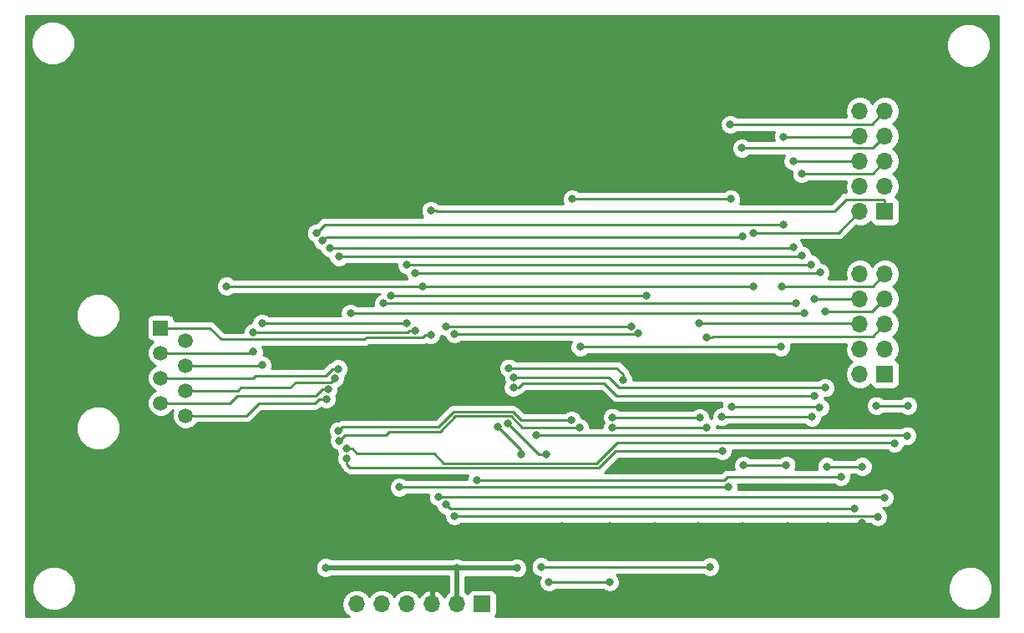
<source format=gbr>
G04 #@! TF.GenerationSoftware,KiCad,Pcbnew,5.0.2-bee76a0~70~ubuntu16.04.1*
G04 #@! TF.CreationDate,2020-03-15T16:03:58-07:00*
G04 #@! TF.ProjectId,pic18f_DB_Ethernet,70696331-3866-45f4-9442-5f4574686572,rev?*
G04 #@! TF.SameCoordinates,Original*
G04 #@! TF.FileFunction,Copper,L2,Bot*
G04 #@! TF.FilePolarity,Positive*
%FSLAX46Y46*%
G04 Gerber Fmt 4.6, Leading zero omitted, Abs format (unit mm)*
G04 Created by KiCad (PCBNEW 5.0.2-bee76a0~70~ubuntu16.04.1) date Sun 15 Mar 2020 16:03:58 PDT*
%MOMM*%
%LPD*%
G01*
G04 APERTURE LIST*
G04 #@! TA.AperFunction,ComponentPad*
%ADD10O,1.700000X1.700000*%
G04 #@! TD*
G04 #@! TA.AperFunction,ComponentPad*
%ADD11R,1.700000X1.700000*%
G04 #@! TD*
G04 #@! TA.AperFunction,ComponentPad*
%ADD12R,1.500000X1.500000*%
G04 #@! TD*
G04 #@! TA.AperFunction,ComponentPad*
%ADD13C,1.500000*%
G04 #@! TD*
G04 #@! TA.AperFunction,ViaPad*
%ADD14C,0.800000*%
G04 #@! TD*
G04 #@! TA.AperFunction,Conductor*
%ADD15C,0.500000*%
G04 #@! TD*
G04 #@! TA.AperFunction,Conductor*
%ADD16C,0.250000*%
G04 #@! TD*
G04 #@! TA.AperFunction,Conductor*
%ADD17C,0.254000*%
G04 #@! TD*
G04 APERTURE END LIST*
D10*
G04 #@! TO.P,J1,10*
G04 #@! TO.N,Net-(J1-Pad10)*
X185267600Y-95351600D03*
G04 #@! TO.P,J1,9*
G04 #@! TO.N,In9*
X187807600Y-95351600D03*
G04 #@! TO.P,J1,8*
G04 #@! TO.N,In8*
X185267600Y-97891600D03*
G04 #@! TO.P,J1,7*
G04 #@! TO.N,In7*
X187807600Y-97891600D03*
G04 #@! TO.P,J1,6*
G04 #@! TO.N,In6*
X185267600Y-100431600D03*
G04 #@! TO.P,J1,5*
G04 #@! TO.N,In5*
X187807600Y-100431600D03*
G04 #@! TO.P,J1,4*
G04 #@! TO.N,In4*
X185267600Y-102971600D03*
G04 #@! TO.P,J1,3*
G04 #@! TO.N,In3*
X187807600Y-102971600D03*
G04 #@! TO.P,J1,2*
G04 #@! TO.N,In2*
X185267600Y-105511600D03*
D11*
G04 #@! TO.P,J1,1*
G04 #@! TO.N,In1*
X187807600Y-105511600D03*
G04 #@! TD*
G04 #@! TO.P,J2,1*
G04 #@! TO.N,Net-(J2-Pad1)*
X146964400Y-145338800D03*
D10*
G04 #@! TO.P,J2,2*
G04 #@! TO.N,3v3*
X144424400Y-145338800D03*
G04 #@! TO.P,J2,3*
G04 #@! TO.N,GND*
X141884400Y-145338800D03*
G04 #@! TO.P,J2,4*
G04 #@! TO.N,Net-(J2-Pad4)*
X139344400Y-145338800D03*
G04 #@! TO.P,J2,5*
G04 #@! TO.N,Net-(J2-Pad5)*
X136804400Y-145338800D03*
G04 #@! TO.P,J2,6*
G04 #@! TO.N,Net-(J2-Pad6)*
X134264400Y-145338800D03*
G04 #@! TD*
D11*
G04 #@! TO.P,J3,1*
G04 #@! TO.N,Out1*
X187807600Y-122021600D03*
D10*
G04 #@! TO.P,J3,2*
G04 #@! TO.N,Out2*
X185267600Y-122021600D03*
G04 #@! TO.P,J3,3*
G04 #@! TO.N,Out3*
X187807600Y-119481600D03*
G04 #@! TO.P,J3,4*
G04 #@! TO.N,Out4*
X185267600Y-119481600D03*
G04 #@! TO.P,J3,5*
G04 #@! TO.N,Out5*
X187807600Y-116941600D03*
G04 #@! TO.P,J3,6*
G04 #@! TO.N,Out6*
X185267600Y-116941600D03*
G04 #@! TO.P,J3,7*
G04 #@! TO.N,Out7*
X187807600Y-114401600D03*
G04 #@! TO.P,J3,8*
G04 #@! TO.N,Out8*
X185267600Y-114401600D03*
G04 #@! TO.P,J3,9*
G04 #@! TO.N,Out9*
X187807600Y-111861600D03*
G04 #@! TO.P,J3,10*
G04 #@! TO.N,Net-(J3-Pad10)*
X185267600Y-111861600D03*
G04 #@! TD*
D12*
G04 #@! TO.P,J8,1*
G04 #@! TO.N,In1*
X114401600Y-117322600D03*
D13*
G04 #@! TO.P,J8,2*
G04 #@! TO.N,In2*
X116941600Y-118592600D03*
G04 #@! TO.P,J8,3*
G04 #@! TO.N,In3*
X114401600Y-119862600D03*
G04 #@! TO.P,J8,4*
G04 #@! TO.N,In4*
X116941600Y-121132600D03*
G04 #@! TO.P,J8,5*
G04 #@! TO.N,In5*
X114401600Y-122402600D03*
G04 #@! TO.P,J8,6*
G04 #@! TO.N,In6*
X116941600Y-123672600D03*
G04 #@! TO.P,J8,7*
G04 #@! TO.N,In7*
X114401600Y-124942600D03*
G04 #@! TO.P,J8,8*
G04 #@! TO.N,In8*
X116941600Y-126212600D03*
G04 #@! TD*
D14*
G04 #@! TO.N,3v3*
X131114800Y-141630400D03*
X144424400Y-141681200D03*
X150495000Y-141681200D03*
G04 #@! TO.N,GND*
X123647200Y-105537000D03*
X155117800Y-137414000D03*
X159918400Y-137388600D03*
X164490400Y-137414000D03*
X168859200Y-137388600D03*
X173355000Y-137388600D03*
X177927000Y-137388600D03*
X182016400Y-137388600D03*
X185470800Y-137104999D03*
X190195200Y-136728200D03*
X194487800Y-136728200D03*
X143103600Y-125476000D03*
X115798600Y-97840800D03*
X131343400Y-97790000D03*
G04 #@! TO.N,Net-(D5-Pad2)*
X177800000Y-131254400D03*
X173482000Y-131267200D03*
G04 #@! TO.N,Net-(D8-Pad2)*
X181914800Y-131394200D03*
X185521600Y-131394200D03*
G04 #@! TO.N,In9*
X156057600Y-126706800D03*
X156108400Y-104267000D03*
X172186600Y-104267000D03*
X172135800Y-96697800D03*
X132401369Y-127758714D03*
G04 #@! TO.N,In8*
X131178117Y-124536874D03*
X177520600Y-97942400D03*
X177520600Y-106832400D03*
X130182755Y-107715004D03*
G04 #@! TO.N,In7*
X131343400Y-123550626D03*
X173355000Y-108051600D03*
X130800366Y-108501490D03*
X173304200Y-99110800D03*
G04 #@! TO.N,In6*
X131521200Y-109194600D03*
X178536600Y-109143800D03*
X178511200Y-100431600D03*
X132036613Y-122425627D03*
G04 #@! TO.N,In5*
X132461000Y-110109000D03*
X179400200Y-109982000D03*
X179374800Y-101676200D03*
X132384800Y-121488200D03*
G04 #@! TO.N,In4*
X139369800Y-116865400D03*
X124663200Y-116890800D03*
X139369800Y-110947200D03*
X180340000Y-110896400D03*
X124663200Y-121107200D03*
G04 #@! TO.N,In3*
X140208000Y-111734600D03*
X181254400Y-111709200D03*
X123799600Y-119761000D03*
X123799600Y-117779800D03*
X140182600Y-117576600D03*
G04 #@! TO.N,In2*
X140970000Y-113106200D03*
X174472600Y-113131600D03*
X174472600Y-107670600D03*
X121081800Y-113106200D03*
G04 #@! TO.N,In1*
X141782800Y-118008400D03*
X141782800Y-105435400D03*
G04 #@! TO.N,Out1*
X142544800Y-134442200D03*
X187782200Y-134543800D03*
G04 #@! TO.N,Out2*
X143306800Y-135255000D03*
X184734200Y-135636000D03*
G04 #@! TO.N,Out3*
X144170400Y-136379999D03*
X187096400Y-136474200D03*
X186944000Y-125222000D03*
X190144400Y-125222000D03*
G04 #@! TO.N,Out4*
X146481800Y-132752000D03*
X183362600Y-132410200D03*
G04 #@! TO.N,Out5*
X160197800Y-127406400D03*
X169748200Y-127406400D03*
X169697400Y-118313200D03*
G04 #@! TO.N,Out6*
X160197800Y-126406397D03*
X169023200Y-126415800D03*
X168935400Y-116890800D03*
G04 #@! TO.N,Out7*
X181737000Y-123393200D03*
X181737000Y-115671600D03*
X150164800Y-122326400D03*
G04 #@! TO.N,Out8*
X180670200Y-124180600D03*
X180670200Y-114376200D03*
X150139652Y-123376854D03*
G04 #@! TO.N,Out9*
X156870400Y-127431800D03*
X156921200Y-119253000D03*
X177266600Y-119253000D03*
X177317400Y-113106200D03*
X132511800Y-128752600D03*
G04 #@! TO.N,SW1*
X170078400Y-141554200D03*
X152958800Y-141554200D03*
X148564600Y-127330200D03*
X150977600Y-130155810D03*
G04 #@! TO.N,SW0*
X159918400Y-143103600D03*
X149629347Y-127034063D03*
X153492200Y-130155810D03*
X153771600Y-143103600D03*
G04 #@! TO.N,Led4*
X137769600Y-114071400D03*
X163626800Y-114071400D03*
G04 #@! TO.N,Led2*
X144170400Y-117920600D03*
X162814000Y-117881400D03*
G04 #@! TO.N,Led3*
X143357600Y-117195600D03*
X162077400Y-117170200D03*
G04 #@! TO.N,Led1*
X161239200Y-122580400D03*
X149707600Y-121412000D03*
G04 #@! TO.N,Led5*
X136982200Y-114858800D03*
X178816000Y-114808000D03*
G04 #@! TO.N,Led6*
X133629400Y-115849400D03*
X179628800Y-115798600D03*
G04 #@! TO.N,Led7*
X171323000Y-129794000D03*
X171297600Y-126339600D03*
X180416200Y-126365000D03*
X133273800Y-130581400D03*
G04 #@! TO.N,Led8*
X138582400Y-133477000D03*
X171907200Y-133451600D03*
X172262800Y-125323600D03*
X181203600Y-125399800D03*
G04 #@! TO.N,Led9*
X190068200Y-128270000D03*
X152501600Y-128168400D03*
G04 #@! TO.N,HB*
X188772800Y-129006600D03*
X133247494Y-129581744D03*
G04 #@! TD*
D15*
G04 #@! TO.N,3v3*
X144424400Y-145338800D02*
X144424400Y-142976600D01*
X144424400Y-145338800D02*
X144424400Y-141681200D01*
X143807915Y-141630400D02*
X141782800Y-141630400D01*
X143858715Y-141681200D02*
X143807915Y-141630400D01*
X144424400Y-141681200D02*
X143858715Y-141681200D01*
X143078200Y-141630400D02*
X141782800Y-141630400D01*
X141782800Y-141630400D02*
X131114800Y-141630400D01*
X144424400Y-141681200D02*
X150495000Y-141681200D01*
D16*
G04 #@! TO.N,Net-(D5-Pad2)*
X173494800Y-131254400D02*
X173482000Y-131267200D01*
X177800000Y-131254400D02*
X173494800Y-131254400D01*
G04 #@! TO.N,Net-(D8-Pad2)*
X181914800Y-131394200D02*
X185521600Y-131394200D01*
G04 #@! TO.N,In9*
X156108400Y-104267000D02*
X172186600Y-104267000D01*
X186461400Y-96697800D02*
X187807600Y-95351600D01*
X172135800Y-96697800D02*
X186461400Y-96697800D01*
X156057600Y-126706800D02*
X150963800Y-126706800D01*
X150088600Y-125831600D02*
X144068800Y-125831600D01*
X150963800Y-126706800D02*
X150088600Y-125831600D01*
X144068800Y-125831600D02*
X142519400Y-127381000D01*
X132801368Y-127358715D02*
X135105715Y-127358715D01*
X132401369Y-127758714D02*
X132801368Y-127358715D01*
X135105715Y-127358715D02*
X135128000Y-127381000D01*
X142519400Y-127381000D02*
X135128000Y-127381000D01*
G04 #@! TO.N,In8*
X131178117Y-124536874D02*
X130427877Y-124536874D01*
X130427877Y-124536874D02*
X129996751Y-124968000D01*
X177520600Y-97942400D02*
X185216800Y-97942400D01*
X185216800Y-97942400D02*
X185267600Y-97891600D01*
X130182755Y-107715004D02*
X131065359Y-106832400D01*
X131065359Y-106832400D02*
X177520600Y-106832400D01*
G04 #@! TO.N,In7*
X130777715Y-123550626D02*
X130122341Y-124206000D01*
X131343400Y-123550626D02*
X130777715Y-123550626D01*
X130800366Y-108501490D02*
X131200365Y-108101491D01*
X131200365Y-108101491D02*
X173305109Y-108101491D01*
X173305109Y-108101491D02*
X173355000Y-108051600D01*
X173304200Y-99110800D02*
X186588400Y-99110800D01*
X186588400Y-99110800D02*
X187807600Y-97891600D01*
G04 #@! TO.N,In8*
X125933200Y-124968000D02*
X124333000Y-124968000D01*
X129996751Y-124968000D02*
X125933200Y-124968000D01*
X124333000Y-124968000D02*
X123088400Y-126212600D01*
X123088400Y-126212600D02*
X119380000Y-126212600D01*
X119380000Y-126212600D02*
X116941600Y-126212600D01*
G04 #@! TO.N,In7*
X123698000Y-124206000D02*
X122123200Y-124206000D01*
X130122341Y-124206000D02*
X123698000Y-124206000D01*
X121386600Y-124942600D02*
X114401600Y-124942600D01*
X122123200Y-124206000D02*
X121386600Y-124942600D01*
G04 #@! TO.N,In6*
X178485800Y-109194600D02*
X178536600Y-109143800D01*
X131521200Y-109194600D02*
X178485800Y-109194600D01*
X178511200Y-100431600D02*
X185267600Y-100431600D01*
X128050174Y-122825626D02*
X127508000Y-123367800D01*
X131636614Y-122825626D02*
X128050174Y-122825626D01*
X132036613Y-122425627D02*
X131636614Y-122825626D01*
X122199400Y-123672600D02*
X116941600Y-123672600D01*
X122504200Y-123367800D02*
X122199400Y-123672600D01*
X127508000Y-123367800D02*
X122504200Y-123367800D01*
G04 #@! TO.N,In5*
X179273200Y-110109000D02*
X179400200Y-109982000D01*
X132461000Y-110109000D02*
X179273200Y-110109000D01*
X186563000Y-101676200D02*
X187807600Y-100431600D01*
X179374800Y-101676200D02*
X186563000Y-101676200D01*
X131819115Y-121488200D02*
X131133315Y-122174000D01*
X132384800Y-121488200D02*
X131819115Y-121488200D01*
X123748800Y-122402600D02*
X114401600Y-122402600D01*
X123977400Y-122174000D02*
X123748800Y-122402600D01*
X131133315Y-122174000D02*
X123977400Y-122174000D01*
G04 #@! TO.N,In4*
X124688600Y-116865400D02*
X124663200Y-116890800D01*
X139369800Y-116865400D02*
X124688600Y-116865400D01*
X180289200Y-110947200D02*
X180340000Y-110896400D01*
X139369800Y-110947200D02*
X180289200Y-110947200D01*
X124637800Y-121132600D02*
X124663200Y-121107200D01*
X116941600Y-121132600D02*
X124637800Y-121132600D01*
G04 #@! TO.N,In3*
X181229000Y-111734600D02*
X181254400Y-111709200D01*
X140208000Y-111734600D02*
X181229000Y-111734600D01*
X140182600Y-117576600D02*
X139616915Y-117576600D01*
X139616915Y-117576600D02*
X139413715Y-117779800D01*
X139413715Y-117779800D02*
X123799600Y-117779800D01*
X123698000Y-119862600D02*
X123799600Y-119761000D01*
X114401600Y-119862600D02*
X123698000Y-119862600D01*
G04 #@! TO.N,In2*
X140970000Y-113106200D02*
X121081800Y-113106200D01*
X174447200Y-113106200D02*
X174472600Y-113131600D01*
X140970000Y-113106200D02*
X174447200Y-113106200D01*
X183108600Y-107670600D02*
X185267600Y-105511600D01*
X174472600Y-107670600D02*
X183108600Y-107670600D01*
G04 #@! TO.N,In1*
X140923914Y-118301601D02*
X135243401Y-118301601D01*
X141217115Y-118008400D02*
X140923914Y-118301601D01*
X141782800Y-118008400D02*
X141217115Y-118008400D01*
X135243401Y-118301601D02*
X135040201Y-118504801D01*
X142348485Y-105435400D02*
X142399285Y-105486200D01*
X141782800Y-105435400D02*
X142348485Y-105435400D01*
X142399285Y-105486200D02*
X182651400Y-105486200D01*
X182651400Y-105486200D02*
X183845200Y-104292400D01*
X187807600Y-104411600D02*
X187807600Y-105511600D01*
X187688400Y-104292400D02*
X187807600Y-104411600D01*
X183845200Y-104292400D02*
X187688400Y-104292400D01*
X121031000Y-118504801D02*
X120536801Y-118504801D01*
X135040201Y-118504801D02*
X121031000Y-118504801D01*
X119354600Y-117322600D02*
X114401600Y-117322600D01*
X120536801Y-118504801D02*
X119354600Y-117322600D01*
G04 #@! TO.N,Out1*
X187680600Y-134442200D02*
X187782200Y-134543800D01*
X142544800Y-134442200D02*
X187680600Y-134442200D01*
G04 #@! TO.N,Out2*
X184715201Y-135654999D02*
X184734200Y-135636000D01*
X143706799Y-135654999D02*
X184715201Y-135654999D01*
X143306800Y-135255000D02*
X143706799Y-135654999D01*
G04 #@! TO.N,Out3*
X187002199Y-136379999D02*
X187096400Y-136474200D01*
X144170400Y-136379999D02*
X187002199Y-136379999D01*
X186944000Y-125222000D02*
X190144400Y-125222000D01*
G04 #@! TO.N,Out4*
X171875598Y-132410200D02*
X183362600Y-132410200D01*
X171533798Y-132752000D02*
X171875598Y-132410200D01*
X146481800Y-132752000D02*
X171533798Y-132752000D01*
G04 #@! TO.N,Out5*
X160197800Y-127406400D02*
X169748200Y-127406400D01*
X170263085Y-118313200D02*
X170390085Y-118186200D01*
X169697400Y-118313200D02*
X170263085Y-118313200D01*
X186563000Y-118186200D02*
X187807600Y-116941600D01*
X170390085Y-118186200D02*
X186563000Y-118186200D01*
G04 #@! TO.N,Out6*
X169013797Y-126406397D02*
X169023200Y-126415800D01*
X160197800Y-126406397D02*
X169013797Y-126406397D01*
X185216800Y-116890800D02*
X185267600Y-116941600D01*
X168935400Y-116890800D02*
X185216800Y-116890800D01*
G04 #@! TO.N,Out7*
X186537600Y-115671600D02*
X187807600Y-114401600D01*
X181737000Y-115671600D02*
X186537600Y-115671600D01*
X150164800Y-122326400D02*
X159791400Y-122326400D01*
X160858200Y-123393200D02*
X181737000Y-123393200D01*
X159791400Y-122326400D02*
X160858200Y-123393200D01*
G04 #@! TO.N,Out8*
X185242200Y-114376200D02*
X185267600Y-114401600D01*
X180670200Y-114376200D02*
X185242200Y-114376200D01*
X150705337Y-123376854D02*
X151146191Y-122936000D01*
X150139652Y-123376854D02*
X150705337Y-123376854D01*
X159359600Y-122936000D02*
X160604200Y-124180600D01*
X151146191Y-122936000D02*
X159359600Y-122936000D01*
X160604200Y-124180600D02*
X180670200Y-124180600D01*
G04 #@! TO.N,Out9*
X156921200Y-119253000D02*
X177266600Y-119253000D01*
X186563000Y-113106200D02*
X187807600Y-111861600D01*
X177317400Y-113106200D02*
X186563000Y-113106200D01*
X133070600Y-128193800D02*
X132511800Y-128752600D01*
X137236200Y-128193800D02*
X133070600Y-128193800D01*
X137598990Y-127831010D02*
X137236200Y-128193800D01*
X149902200Y-126281610D02*
X144255200Y-126281610D01*
X142705800Y-127831010D02*
X137598990Y-127831010D01*
X151052390Y-127431800D02*
X149902200Y-126281610D01*
X156870400Y-127431800D02*
X151052390Y-127431800D01*
X144255200Y-126281610D02*
X142705800Y-127831010D01*
G04 #@! TO.N,SW1*
X170078400Y-141554200D02*
X152958800Y-141554200D01*
X150977600Y-129743200D02*
X150977600Y-130155810D01*
X148564600Y-127330200D02*
X150977600Y-129743200D01*
G04 #@! TO.N,SW0*
X152751094Y-130155810D02*
X153492200Y-130155810D01*
X149629347Y-127034063D02*
X152751094Y-130155810D01*
X159918400Y-143103600D02*
X153771600Y-143103600D01*
G04 #@! TO.N,Led4*
X137769600Y-114071400D02*
X163626800Y-114071400D01*
G04 #@! TO.N,Led2*
X162774800Y-117920600D02*
X162814000Y-117881400D01*
X144170400Y-117920600D02*
X162774800Y-117920600D01*
G04 #@! TO.N,Led3*
X162052000Y-117195600D02*
X162077400Y-117170200D01*
X143357600Y-117195600D02*
X162052000Y-117195600D01*
G04 #@! TO.N,Led1*
X149707600Y-121412000D02*
X160629600Y-121412000D01*
X160629600Y-121412000D02*
X161188400Y-121970800D01*
X161239200Y-122014715D02*
X161239200Y-122580400D01*
X161195285Y-121970800D02*
X161239200Y-122014715D01*
X161188400Y-121970800D02*
X161195285Y-121970800D01*
G04 #@! TO.N,Led5*
X178765200Y-114858800D02*
X178816000Y-114808000D01*
X136982200Y-114858800D02*
X178765200Y-114858800D01*
G04 #@! TO.N,Led6*
X179578000Y-115849400D02*
X179628800Y-115798600D01*
X133629400Y-115849400D02*
X179578000Y-115849400D01*
G04 #@! TO.N,Led7*
X180390800Y-126339600D02*
X180416200Y-126365000D01*
X171297600Y-126339600D02*
X180390800Y-126339600D01*
X160502600Y-129794000D02*
X171323000Y-129794000D01*
X158800800Y-131495800D02*
X160502600Y-129794000D01*
X133273800Y-131147085D02*
X133622515Y-131495800D01*
X133273800Y-130581400D02*
X133273800Y-131147085D01*
X133622515Y-131495800D02*
X158800800Y-131495800D01*
G04 #@! TO.N,Led8*
X171881800Y-133477000D02*
X171907200Y-133451600D01*
X138582400Y-133477000D02*
X171881800Y-133477000D01*
X181127400Y-125323600D02*
X181203600Y-125399800D01*
X172262800Y-125323600D02*
X181127400Y-125323600D01*
G04 #@! TO.N,Led9*
X189966600Y-128168400D02*
X190068200Y-128270000D01*
X152501600Y-128168400D02*
X189966600Y-128168400D01*
G04 #@! TO.N,HB*
X143103600Y-131038600D02*
X142138400Y-130073400D01*
X158557820Y-131038600D02*
X143103600Y-131038600D01*
X142138400Y-130073400D02*
X134304835Y-130073400D01*
X188772800Y-129006600D02*
X188722000Y-128955800D01*
X188722000Y-128955800D02*
X160655000Y-128955800D01*
X133813179Y-129581744D02*
X133247494Y-129581744D01*
X134304835Y-130073400D02*
X133813179Y-129581744D01*
X160655000Y-128955800D02*
X158565010Y-131045790D01*
X158565010Y-131045790D02*
X158557820Y-131038600D01*
G04 #@! TD*
D17*
G04 #@! TO.N,GND*
G36*
X199290000Y-146610000D02*
X148296671Y-146610000D01*
X148412557Y-146436565D01*
X148461840Y-146188800D01*
X148461840Y-144488800D01*
X148412557Y-144241035D01*
X148272209Y-144030991D01*
X148062165Y-143890643D01*
X147814400Y-143841360D01*
X146114400Y-143841360D01*
X145866635Y-143890643D01*
X145656591Y-144030991D01*
X145516243Y-144241035D01*
X145507216Y-144286419D01*
X145495025Y-144268175D01*
X145309400Y-144144144D01*
X145309400Y-142566200D01*
X149926993Y-142566200D01*
X150289126Y-142716200D01*
X150700874Y-142716200D01*
X151081280Y-142558631D01*
X151372431Y-142267480D01*
X151530000Y-141887074D01*
X151530000Y-141475326D01*
X151477395Y-141348326D01*
X151923800Y-141348326D01*
X151923800Y-141760074D01*
X152081369Y-142140480D01*
X152372520Y-142431631D01*
X152752926Y-142589200D01*
X152864395Y-142589200D01*
X152736600Y-142897726D01*
X152736600Y-143309474D01*
X152894169Y-143689880D01*
X153185320Y-143981031D01*
X153565726Y-144138600D01*
X153977474Y-144138600D01*
X154357880Y-143981031D01*
X154475311Y-143863600D01*
X159214689Y-143863600D01*
X159332120Y-143981031D01*
X159712526Y-144138600D01*
X160124274Y-144138600D01*
X160504680Y-143981031D01*
X160795831Y-143689880D01*
X160949275Y-143319431D01*
X194208600Y-143319431D01*
X194208600Y-144208569D01*
X194548859Y-145030026D01*
X195177574Y-145658741D01*
X195999031Y-145999000D01*
X196888169Y-145999000D01*
X197709626Y-145658741D01*
X198338341Y-145030026D01*
X198678600Y-144208569D01*
X198678600Y-143319431D01*
X198338341Y-142497974D01*
X197709626Y-141869259D01*
X196888169Y-141529000D01*
X195999031Y-141529000D01*
X195177574Y-141869259D01*
X194548859Y-142497974D01*
X194208600Y-143319431D01*
X160949275Y-143319431D01*
X160953400Y-143309474D01*
X160953400Y-142897726D01*
X160795831Y-142517320D01*
X160592711Y-142314200D01*
X169374689Y-142314200D01*
X169492120Y-142431631D01*
X169872526Y-142589200D01*
X170284274Y-142589200D01*
X170664680Y-142431631D01*
X170955831Y-142140480D01*
X171113400Y-141760074D01*
X171113400Y-141348326D01*
X170955831Y-140967920D01*
X170664680Y-140676769D01*
X170284274Y-140519200D01*
X169872526Y-140519200D01*
X169492120Y-140676769D01*
X169374689Y-140794200D01*
X153662511Y-140794200D01*
X153545080Y-140676769D01*
X153164674Y-140519200D01*
X152752926Y-140519200D01*
X152372520Y-140676769D01*
X152081369Y-140967920D01*
X151923800Y-141348326D01*
X151477395Y-141348326D01*
X151372431Y-141094920D01*
X151081280Y-140803769D01*
X150700874Y-140646200D01*
X150289126Y-140646200D01*
X149926993Y-140796200D01*
X144992407Y-140796200D01*
X144630274Y-140646200D01*
X144218526Y-140646200D01*
X143951798Y-140756682D01*
X143895080Y-140745400D01*
X143895076Y-140745400D01*
X143807915Y-140728063D01*
X143720754Y-140745400D01*
X131682807Y-140745400D01*
X131320674Y-140595400D01*
X130908926Y-140595400D01*
X130528520Y-140752969D01*
X130237369Y-141044120D01*
X130079800Y-141424526D01*
X130079800Y-141836274D01*
X130237369Y-142216680D01*
X130528520Y-142507831D01*
X130908926Y-142665400D01*
X131320674Y-142665400D01*
X131682807Y-142515400D01*
X143516160Y-142515400D01*
X143539401Y-142520023D01*
X143539400Y-144144144D01*
X143353775Y-144268175D01*
X143140557Y-144587278D01*
X143079583Y-144457442D01*
X142651324Y-144067155D01*
X142241290Y-143897324D01*
X142011400Y-144018645D01*
X142011400Y-145211800D01*
X142031400Y-145211800D01*
X142031400Y-145465800D01*
X142011400Y-145465800D01*
X142011400Y-145485800D01*
X141757400Y-145485800D01*
X141757400Y-145465800D01*
X141737400Y-145465800D01*
X141737400Y-145211800D01*
X141757400Y-145211800D01*
X141757400Y-144018645D01*
X141527510Y-143897324D01*
X141117476Y-144067155D01*
X140689217Y-144457442D01*
X140628243Y-144587278D01*
X140415025Y-144268175D01*
X139923818Y-143939961D01*
X139490656Y-143853800D01*
X139198144Y-143853800D01*
X138764982Y-143939961D01*
X138273775Y-144268175D01*
X138074400Y-144566561D01*
X137875025Y-144268175D01*
X137383818Y-143939961D01*
X136950656Y-143853800D01*
X136658144Y-143853800D01*
X136224982Y-143939961D01*
X135733775Y-144268175D01*
X135534400Y-144566561D01*
X135335025Y-144268175D01*
X134843818Y-143939961D01*
X134410656Y-143853800D01*
X134118144Y-143853800D01*
X133684982Y-143939961D01*
X133193775Y-144268175D01*
X132865561Y-144759382D01*
X132750308Y-145338800D01*
X132865561Y-145918218D01*
X133193775Y-146409425D01*
X133493957Y-146610000D01*
X100710000Y-146610000D01*
X100710000Y-143268631D01*
X101346200Y-143268631D01*
X101346200Y-144157769D01*
X101686459Y-144979226D01*
X102315174Y-145607941D01*
X103136631Y-145948200D01*
X104025769Y-145948200D01*
X104847226Y-145607941D01*
X105475941Y-144979226D01*
X105816200Y-144157769D01*
X105816200Y-143268631D01*
X105475941Y-142447174D01*
X104847226Y-141818459D01*
X104025769Y-141478200D01*
X103136631Y-141478200D01*
X102315174Y-141818459D01*
X101686459Y-142447174D01*
X101346200Y-143268631D01*
X100710000Y-143268631D01*
X100710000Y-127038031D01*
X105816600Y-127038031D01*
X105816600Y-127927169D01*
X106156859Y-128748626D01*
X106785574Y-129377341D01*
X107607031Y-129717600D01*
X108496169Y-129717600D01*
X109317626Y-129377341D01*
X109946341Y-128748626D01*
X110286600Y-127927169D01*
X110286600Y-127038031D01*
X109946341Y-126216574D01*
X109317626Y-125587859D01*
X108496169Y-125247600D01*
X107607031Y-125247600D01*
X106785574Y-125587859D01*
X106156859Y-126216574D01*
X105816600Y-127038031D01*
X100710000Y-127038031D01*
X100710000Y-115608031D01*
X105816600Y-115608031D01*
X105816600Y-116497169D01*
X106156859Y-117318626D01*
X106785574Y-117947341D01*
X107607031Y-118287600D01*
X108496169Y-118287600D01*
X109317626Y-117947341D01*
X109946341Y-117318626D01*
X110255355Y-116572600D01*
X113004160Y-116572600D01*
X113004160Y-118072600D01*
X113053443Y-118320365D01*
X113193791Y-118530409D01*
X113403835Y-118670757D01*
X113596444Y-118709069D01*
X113227453Y-119078060D01*
X113016600Y-119587106D01*
X113016600Y-120138094D01*
X113227453Y-120647140D01*
X113617060Y-121036747D01*
X113848470Y-121132600D01*
X113617060Y-121228453D01*
X113227453Y-121618060D01*
X113016600Y-122127106D01*
X113016600Y-122678094D01*
X113227453Y-123187140D01*
X113617060Y-123576747D01*
X113848470Y-123672600D01*
X113617060Y-123768453D01*
X113227453Y-124158060D01*
X113016600Y-124667106D01*
X113016600Y-125218094D01*
X113227453Y-125727140D01*
X113617060Y-126116747D01*
X114126106Y-126327600D01*
X114677094Y-126327600D01*
X115186140Y-126116747D01*
X115575747Y-125727140D01*
X115585912Y-125702600D01*
X115653735Y-125702600D01*
X115556600Y-125937106D01*
X115556600Y-126488094D01*
X115767453Y-126997140D01*
X116157060Y-127386747D01*
X116666106Y-127597600D01*
X117217094Y-127597600D01*
X117325154Y-127552840D01*
X131366369Y-127552840D01*
X131366369Y-127964588D01*
X131523938Y-128344994D01*
X131549692Y-128370748D01*
X131476800Y-128546726D01*
X131476800Y-128958474D01*
X131634369Y-129338880D01*
X131925520Y-129630031D01*
X132212494Y-129748899D01*
X132212494Y-129787618D01*
X132347406Y-130113326D01*
X132238800Y-130375526D01*
X132238800Y-130787274D01*
X132396369Y-131167680D01*
X132529486Y-131300797D01*
X132557896Y-131443622D01*
X132725872Y-131695014D01*
X132789327Y-131737414D01*
X133032186Y-131980272D01*
X133074586Y-132043729D01*
X133325978Y-132211704D01*
X133547663Y-132255800D01*
X133547667Y-132255800D01*
X133622514Y-132270688D01*
X133697361Y-132255800D01*
X145567057Y-132255800D01*
X145446800Y-132546126D01*
X145446800Y-132717000D01*
X139286111Y-132717000D01*
X139168680Y-132599569D01*
X138788274Y-132442000D01*
X138376526Y-132442000D01*
X137996120Y-132599569D01*
X137704969Y-132890720D01*
X137547400Y-133271126D01*
X137547400Y-133682874D01*
X137704969Y-134063280D01*
X137996120Y-134354431D01*
X138376526Y-134512000D01*
X138788274Y-134512000D01*
X139168680Y-134354431D01*
X139286111Y-134237000D01*
X141509800Y-134237000D01*
X141509800Y-134648074D01*
X141667369Y-135028480D01*
X141958520Y-135319631D01*
X142271800Y-135449396D01*
X142271800Y-135460874D01*
X142429369Y-135841280D01*
X142720520Y-136132431D01*
X143100926Y-136290000D01*
X143135400Y-136290000D01*
X143135400Y-136585873D01*
X143292969Y-136966279D01*
X143584120Y-137257430D01*
X143964526Y-137414999D01*
X144376274Y-137414999D01*
X144756680Y-137257430D01*
X144874111Y-137139999D01*
X186298488Y-137139999D01*
X186510120Y-137351631D01*
X186890526Y-137509200D01*
X187302274Y-137509200D01*
X187682680Y-137351631D01*
X187973831Y-137060480D01*
X188131400Y-136680074D01*
X188131400Y-136268326D01*
X187973831Y-135887920D01*
X187682680Y-135596769D01*
X187639299Y-135578800D01*
X187988074Y-135578800D01*
X188368480Y-135421231D01*
X188659631Y-135130080D01*
X188817200Y-134749674D01*
X188817200Y-134337926D01*
X188659631Y-133957520D01*
X188368480Y-133666369D01*
X187988074Y-133508800D01*
X187576326Y-133508800D01*
X187195920Y-133666369D01*
X187180089Y-133682200D01*
X172931958Y-133682200D01*
X172942200Y-133657474D01*
X172942200Y-133245726D01*
X172910916Y-133170200D01*
X182658889Y-133170200D01*
X182776320Y-133287631D01*
X183156726Y-133445200D01*
X183568474Y-133445200D01*
X183948880Y-133287631D01*
X184240031Y-132996480D01*
X184397600Y-132616074D01*
X184397600Y-132204326D01*
X184376837Y-132154200D01*
X184817889Y-132154200D01*
X184935320Y-132271631D01*
X185315726Y-132429200D01*
X185727474Y-132429200D01*
X186107880Y-132271631D01*
X186399031Y-131980480D01*
X186556600Y-131600074D01*
X186556600Y-131188326D01*
X186399031Y-130807920D01*
X186107880Y-130516769D01*
X185727474Y-130359200D01*
X185315726Y-130359200D01*
X184935320Y-130516769D01*
X184817889Y-130634200D01*
X182618511Y-130634200D01*
X182501080Y-130516769D01*
X182120674Y-130359200D01*
X181708926Y-130359200D01*
X181328520Y-130516769D01*
X181037369Y-130807920D01*
X180879800Y-131188326D01*
X180879800Y-131600074D01*
X180900563Y-131650200D01*
X178756330Y-131650200D01*
X178835000Y-131460274D01*
X178835000Y-131048526D01*
X178677431Y-130668120D01*
X178386280Y-130376969D01*
X178005874Y-130219400D01*
X177594126Y-130219400D01*
X177213720Y-130376969D01*
X177096289Y-130494400D01*
X174172911Y-130494400D01*
X174068280Y-130389769D01*
X173687874Y-130232200D01*
X173276126Y-130232200D01*
X172895720Y-130389769D01*
X172604569Y-130680920D01*
X172447000Y-131061326D01*
X172447000Y-131473074D01*
X172520368Y-131650200D01*
X171950444Y-131650200D01*
X171875597Y-131635312D01*
X171800750Y-131650200D01*
X171800746Y-131650200D01*
X171579061Y-131694296D01*
X171327669Y-131862271D01*
X171285267Y-131925730D01*
X171218997Y-131992000D01*
X159383293Y-131992000D01*
X159391131Y-131980270D01*
X160817402Y-130554000D01*
X170619289Y-130554000D01*
X170736720Y-130671431D01*
X171117126Y-130829000D01*
X171528874Y-130829000D01*
X171909280Y-130671431D01*
X172200431Y-130380280D01*
X172358000Y-129999874D01*
X172358000Y-129715800D01*
X188018289Y-129715800D01*
X188186520Y-129884031D01*
X188566926Y-130041600D01*
X188978674Y-130041600D01*
X189359080Y-129884031D01*
X189650231Y-129592880D01*
X189783072Y-129272172D01*
X189862326Y-129305000D01*
X190274074Y-129305000D01*
X190654480Y-129147431D01*
X190945631Y-128856280D01*
X191103200Y-128475874D01*
X191103200Y-128064126D01*
X190945631Y-127683720D01*
X190654480Y-127392569D01*
X190274074Y-127235000D01*
X189862326Y-127235000D01*
X189481920Y-127392569D01*
X189466089Y-127408400D01*
X170783200Y-127408400D01*
X170783200Y-127246805D01*
X171091726Y-127374600D01*
X171503474Y-127374600D01*
X171883880Y-127217031D01*
X172001311Y-127099600D01*
X179687089Y-127099600D01*
X179829920Y-127242431D01*
X180210326Y-127400000D01*
X180622074Y-127400000D01*
X181002480Y-127242431D01*
X181293631Y-126951280D01*
X181451200Y-126570874D01*
X181451200Y-126417517D01*
X181789880Y-126277231D01*
X182081031Y-125986080D01*
X182238600Y-125605674D01*
X182238600Y-125193926D01*
X182164953Y-125016126D01*
X185909000Y-125016126D01*
X185909000Y-125427874D01*
X186066569Y-125808280D01*
X186357720Y-126099431D01*
X186738126Y-126257000D01*
X187149874Y-126257000D01*
X187530280Y-126099431D01*
X187647711Y-125982000D01*
X189440689Y-125982000D01*
X189558120Y-126099431D01*
X189938526Y-126257000D01*
X190350274Y-126257000D01*
X190730680Y-126099431D01*
X191021831Y-125808280D01*
X191179400Y-125427874D01*
X191179400Y-125016126D01*
X191021831Y-124635720D01*
X190730680Y-124344569D01*
X190350274Y-124187000D01*
X189938526Y-124187000D01*
X189558120Y-124344569D01*
X189440689Y-124462000D01*
X187647711Y-124462000D01*
X187530280Y-124344569D01*
X187149874Y-124187000D01*
X186738126Y-124187000D01*
X186357720Y-124344569D01*
X186066569Y-124635720D01*
X185909000Y-125016126D01*
X182164953Y-125016126D01*
X182081031Y-124813520D01*
X181789880Y-124522369D01*
X181669555Y-124472529D01*
X181687917Y-124428200D01*
X181942874Y-124428200D01*
X182323280Y-124270631D01*
X182614431Y-123979480D01*
X182772000Y-123599074D01*
X182772000Y-123187326D01*
X182614431Y-122806920D01*
X182323280Y-122515769D01*
X181942874Y-122358200D01*
X181531126Y-122358200D01*
X181150720Y-122515769D01*
X181033289Y-122633200D01*
X162274200Y-122633200D01*
X162274200Y-122374526D01*
X162116631Y-121994120D01*
X161983514Y-121861003D01*
X161955104Y-121718178D01*
X161787129Y-121466786D01*
X161760804Y-121449196D01*
X161743214Y-121422871D01*
X161659008Y-121366606D01*
X161219931Y-120927530D01*
X161177529Y-120864071D01*
X160926137Y-120696096D01*
X160704452Y-120652000D01*
X160704447Y-120652000D01*
X160629600Y-120637112D01*
X160554753Y-120652000D01*
X150411311Y-120652000D01*
X150293880Y-120534569D01*
X149913474Y-120377000D01*
X149501726Y-120377000D01*
X149121320Y-120534569D01*
X148830169Y-120825720D01*
X148672600Y-121206126D01*
X148672600Y-121617874D01*
X148830169Y-121998280D01*
X149121320Y-122289431D01*
X149129800Y-122292944D01*
X149129800Y-122532274D01*
X149249506Y-122821271D01*
X149104652Y-123170980D01*
X149104652Y-123582728D01*
X149262221Y-123963134D01*
X149553372Y-124254285D01*
X149933778Y-124411854D01*
X150345526Y-124411854D01*
X150725932Y-124254285D01*
X150859049Y-124121168D01*
X151001874Y-124092758D01*
X151253266Y-123924783D01*
X151295668Y-123861324D01*
X151460992Y-123696000D01*
X159044799Y-123696000D01*
X160013871Y-124665073D01*
X160056271Y-124728529D01*
X160307663Y-124896504D01*
X160529348Y-124940600D01*
X160529352Y-124940600D01*
X160604199Y-124955488D01*
X160679046Y-124940600D01*
X171301168Y-124940600D01*
X171227800Y-125117726D01*
X171227800Y-125304600D01*
X171091726Y-125304600D01*
X170711320Y-125462169D01*
X170420169Y-125753320D01*
X170262600Y-126133726D01*
X170262600Y-126499195D01*
X170058200Y-126414530D01*
X170058200Y-126209926D01*
X169900631Y-125829520D01*
X169609480Y-125538369D01*
X169229074Y-125380800D01*
X168817326Y-125380800D01*
X168436920Y-125538369D01*
X168328892Y-125646397D01*
X160901511Y-125646397D01*
X160784080Y-125528966D01*
X160403674Y-125371397D01*
X159991926Y-125371397D01*
X159611520Y-125528966D01*
X159320369Y-125820117D01*
X159162800Y-126200523D01*
X159162800Y-126612271D01*
X159284631Y-126906398D01*
X159162800Y-127200526D01*
X159162800Y-127408400D01*
X157905400Y-127408400D01*
X157905400Y-127225926D01*
X157747831Y-126845520D01*
X157456680Y-126554369D01*
X157076274Y-126396800D01*
X157049470Y-126396800D01*
X156935031Y-126120520D01*
X156643880Y-125829369D01*
X156263474Y-125671800D01*
X155851726Y-125671800D01*
X155471320Y-125829369D01*
X155353889Y-125946800D01*
X151278602Y-125946800D01*
X150678931Y-125347130D01*
X150636529Y-125283671D01*
X150385137Y-125115696D01*
X150163452Y-125071600D01*
X150163447Y-125071600D01*
X150088600Y-125056712D01*
X150013753Y-125071600D01*
X144143646Y-125071600D01*
X144068799Y-125056712D01*
X143993952Y-125071600D01*
X143993948Y-125071600D01*
X143772263Y-125115696D01*
X143709702Y-125157498D01*
X143584326Y-125241271D01*
X143584324Y-125241273D01*
X143520871Y-125283671D01*
X143478473Y-125347124D01*
X142204599Y-126621000D01*
X135292601Y-126621000D01*
X135180567Y-126598715D01*
X135180562Y-126598715D01*
X135105715Y-126583827D01*
X135030868Y-126598715D01*
X132876214Y-126598715D01*
X132801367Y-126583827D01*
X132726520Y-126598715D01*
X132726516Y-126598715D01*
X132504831Y-126642811D01*
X132383751Y-126723714D01*
X132195495Y-126723714D01*
X131815089Y-126881283D01*
X131523938Y-127172434D01*
X131366369Y-127552840D01*
X117325154Y-127552840D01*
X117726140Y-127386747D01*
X118115747Y-126997140D01*
X118125912Y-126972600D01*
X123013553Y-126972600D01*
X123088400Y-126987488D01*
X123163247Y-126972600D01*
X123163252Y-126972600D01*
X123384937Y-126928504D01*
X123636329Y-126760529D01*
X123678731Y-126697070D01*
X124647802Y-125728000D01*
X129921904Y-125728000D01*
X129996751Y-125742888D01*
X130071598Y-125728000D01*
X130071603Y-125728000D01*
X130293288Y-125683904D01*
X130544680Y-125515929D01*
X130587082Y-125452470D01*
X130615461Y-125424091D01*
X130972243Y-125571874D01*
X131383991Y-125571874D01*
X131764397Y-125414305D01*
X132055548Y-125123154D01*
X132213117Y-124742748D01*
X132213117Y-124331000D01*
X132158528Y-124199209D01*
X132220831Y-124136906D01*
X132378400Y-123756500D01*
X132378400Y-123404330D01*
X132622893Y-123303058D01*
X132914044Y-123011907D01*
X133071613Y-122631501D01*
X133071613Y-122265098D01*
X133262231Y-122074480D01*
X133419800Y-121694074D01*
X133419800Y-121282326D01*
X133262231Y-120901920D01*
X132971080Y-120610769D01*
X132590674Y-120453200D01*
X132178926Y-120453200D01*
X131798520Y-120610769D01*
X131665403Y-120743886D01*
X131570720Y-120762720D01*
X131522577Y-120772296D01*
X131448683Y-120821671D01*
X131271186Y-120940271D01*
X131228786Y-121003727D01*
X130818514Y-121414000D01*
X125656395Y-121414000D01*
X125698200Y-121313074D01*
X125698200Y-120901326D01*
X125540631Y-120520920D01*
X125249480Y-120229769D01*
X124869074Y-120072200D01*
X124790973Y-120072200D01*
X124834600Y-119966874D01*
X124834600Y-119555126D01*
X124714344Y-119264801D01*
X134965354Y-119264801D01*
X135040201Y-119279689D01*
X135115048Y-119264801D01*
X135115053Y-119264801D01*
X135336738Y-119220705D01*
X135574854Y-119061601D01*
X140849067Y-119061601D01*
X140923914Y-119076489D01*
X140998761Y-119061601D01*
X140998766Y-119061601D01*
X141220451Y-119017505D01*
X141332944Y-118942340D01*
X141576926Y-119043400D01*
X141988674Y-119043400D01*
X142369080Y-118885831D01*
X142660231Y-118594680D01*
X142817800Y-118214274D01*
X142817800Y-118092284D01*
X143151726Y-118230600D01*
X143178530Y-118230600D01*
X143292969Y-118506880D01*
X143584120Y-118798031D01*
X143964526Y-118955600D01*
X144376274Y-118955600D01*
X144756680Y-118798031D01*
X144874111Y-118680600D01*
X156038020Y-118680600D01*
X155886200Y-119047126D01*
X155886200Y-119458874D01*
X156043769Y-119839280D01*
X156334920Y-120130431D01*
X156715326Y-120288000D01*
X157127074Y-120288000D01*
X157507480Y-120130431D01*
X157624911Y-120013000D01*
X176562889Y-120013000D01*
X176680320Y-120130431D01*
X177060726Y-120288000D01*
X177472474Y-120288000D01*
X177852880Y-120130431D01*
X178144031Y-119839280D01*
X178301600Y-119458874D01*
X178301600Y-119047126D01*
X178259795Y-118946200D01*
X183860005Y-118946200D01*
X183753508Y-119481600D01*
X183868761Y-120061018D01*
X184196975Y-120552225D01*
X184495361Y-120751600D01*
X184196975Y-120950975D01*
X183868761Y-121442182D01*
X183753508Y-122021600D01*
X183868761Y-122601018D01*
X184196975Y-123092225D01*
X184688182Y-123420439D01*
X185121344Y-123506600D01*
X185413856Y-123506600D01*
X185847018Y-123420439D01*
X186338225Y-123092225D01*
X186350416Y-123073981D01*
X186359443Y-123119365D01*
X186499791Y-123329409D01*
X186709835Y-123469757D01*
X186957600Y-123519040D01*
X188657600Y-123519040D01*
X188905365Y-123469757D01*
X189115409Y-123329409D01*
X189255757Y-123119365D01*
X189305040Y-122871600D01*
X189305040Y-121171600D01*
X189255757Y-120923835D01*
X189115409Y-120713791D01*
X188905365Y-120573443D01*
X188859981Y-120564416D01*
X188878225Y-120552225D01*
X189206439Y-120061018D01*
X189321692Y-119481600D01*
X189206439Y-118902182D01*
X188878225Y-118410975D01*
X188579839Y-118211600D01*
X188878225Y-118012225D01*
X189206439Y-117521018D01*
X189321692Y-116941600D01*
X189206439Y-116362182D01*
X188878225Y-115870975D01*
X188579839Y-115671600D01*
X188878225Y-115472225D01*
X189206439Y-114981018D01*
X189321692Y-114401600D01*
X189206439Y-113822182D01*
X188878225Y-113330975D01*
X188579839Y-113131600D01*
X188878225Y-112932225D01*
X189206439Y-112441018D01*
X189321692Y-111861600D01*
X189206439Y-111282182D01*
X188878225Y-110790975D01*
X188387018Y-110462761D01*
X187953856Y-110376600D01*
X187661344Y-110376600D01*
X187228182Y-110462761D01*
X186736975Y-110790975D01*
X186537600Y-111089361D01*
X186338225Y-110790975D01*
X185847018Y-110462761D01*
X185413856Y-110376600D01*
X185121344Y-110376600D01*
X184688182Y-110462761D01*
X184196975Y-110790975D01*
X183868761Y-111282182D01*
X183753508Y-111861600D01*
X183849901Y-112346200D01*
X182081111Y-112346200D01*
X182131831Y-112295480D01*
X182289400Y-111915074D01*
X182289400Y-111503326D01*
X182131831Y-111122920D01*
X181840680Y-110831769D01*
X181460274Y-110674200D01*
X181368238Y-110674200D01*
X181217431Y-110310120D01*
X180926280Y-110018969D01*
X180545874Y-109861400D01*
X180435200Y-109861400D01*
X180435200Y-109776126D01*
X180277631Y-109395720D01*
X179986480Y-109104569D01*
X179606074Y-108947000D01*
X179571600Y-108947000D01*
X179571600Y-108937926D01*
X179414031Y-108557520D01*
X179287111Y-108430600D01*
X183033753Y-108430600D01*
X183108600Y-108445488D01*
X183183447Y-108430600D01*
X183183452Y-108430600D01*
X183405137Y-108386504D01*
X183656529Y-108218529D01*
X183698931Y-108155070D01*
X184901192Y-106952809D01*
X185121344Y-106996600D01*
X185413856Y-106996600D01*
X185847018Y-106910439D01*
X186338225Y-106582225D01*
X186350416Y-106563981D01*
X186359443Y-106609365D01*
X186499791Y-106819409D01*
X186709835Y-106959757D01*
X186957600Y-107009040D01*
X188657600Y-107009040D01*
X188905365Y-106959757D01*
X189115409Y-106819409D01*
X189255757Y-106609365D01*
X189305040Y-106361600D01*
X189305040Y-104661600D01*
X189255757Y-104413835D01*
X189115409Y-104203791D01*
X188905365Y-104063443D01*
X188859981Y-104054416D01*
X188878225Y-104042225D01*
X189206439Y-103551018D01*
X189321692Y-102971600D01*
X189206439Y-102392182D01*
X188878225Y-101900975D01*
X188579839Y-101701600D01*
X188878225Y-101502225D01*
X189206439Y-101011018D01*
X189321692Y-100431600D01*
X189206439Y-99852182D01*
X188878225Y-99360975D01*
X188579839Y-99161600D01*
X188878225Y-98962225D01*
X189206439Y-98471018D01*
X189321692Y-97891600D01*
X189206439Y-97312182D01*
X188878225Y-96820975D01*
X188579839Y-96621600D01*
X188878225Y-96422225D01*
X189206439Y-95931018D01*
X189321692Y-95351600D01*
X189206439Y-94772182D01*
X188878225Y-94280975D01*
X188387018Y-93952761D01*
X187953856Y-93866600D01*
X187661344Y-93866600D01*
X187228182Y-93952761D01*
X186736975Y-94280975D01*
X186537600Y-94579361D01*
X186338225Y-94280975D01*
X185847018Y-93952761D01*
X185413856Y-93866600D01*
X185121344Y-93866600D01*
X184688182Y-93952761D01*
X184196975Y-94280975D01*
X183868761Y-94772182D01*
X183753508Y-95351600D01*
X183868761Y-95931018D01*
X183873293Y-95937800D01*
X172839511Y-95937800D01*
X172722080Y-95820369D01*
X172341674Y-95662800D01*
X171929926Y-95662800D01*
X171549520Y-95820369D01*
X171258369Y-96111520D01*
X171100800Y-96491926D01*
X171100800Y-96903674D01*
X171258369Y-97284080D01*
X171549520Y-97575231D01*
X171929926Y-97732800D01*
X172341674Y-97732800D01*
X172722080Y-97575231D01*
X172839511Y-97457800D01*
X176601052Y-97457800D01*
X176485600Y-97736526D01*
X176485600Y-98148274D01*
X176569489Y-98350800D01*
X174007911Y-98350800D01*
X173890480Y-98233369D01*
X173510074Y-98075800D01*
X173098326Y-98075800D01*
X172717920Y-98233369D01*
X172426769Y-98524520D01*
X172269200Y-98904926D01*
X172269200Y-99316674D01*
X172426769Y-99697080D01*
X172717920Y-99988231D01*
X173098326Y-100145800D01*
X173510074Y-100145800D01*
X173890480Y-99988231D01*
X174007911Y-99870800D01*
X177623215Y-99870800D01*
X177476200Y-100225726D01*
X177476200Y-100637474D01*
X177633769Y-101017880D01*
X177924920Y-101309031D01*
X178305326Y-101466600D01*
X178341343Y-101466600D01*
X178339800Y-101470326D01*
X178339800Y-101882074D01*
X178497369Y-102262480D01*
X178788520Y-102553631D01*
X179168926Y-102711200D01*
X179580674Y-102711200D01*
X179961080Y-102553631D01*
X180078511Y-102436200D01*
X183860005Y-102436200D01*
X183753508Y-102971600D01*
X183862792Y-103521012D01*
X183845199Y-103517512D01*
X183770352Y-103532400D01*
X183770348Y-103532400D01*
X183548663Y-103576496D01*
X183297271Y-103744471D01*
X183254871Y-103807927D01*
X182336599Y-104726200D01*
X173116669Y-104726200D01*
X173221600Y-104472874D01*
X173221600Y-104061126D01*
X173064031Y-103680720D01*
X172772880Y-103389569D01*
X172392474Y-103232000D01*
X171980726Y-103232000D01*
X171600320Y-103389569D01*
X171482889Y-103507000D01*
X156812111Y-103507000D01*
X156694680Y-103389569D01*
X156314274Y-103232000D01*
X155902526Y-103232000D01*
X155522120Y-103389569D01*
X155230969Y-103680720D01*
X155073400Y-104061126D01*
X155073400Y-104472874D01*
X155178331Y-104726200D01*
X142655055Y-104726200D01*
X142645022Y-104719496D01*
X142502197Y-104691086D01*
X142369080Y-104557969D01*
X141988674Y-104400400D01*
X141576926Y-104400400D01*
X141196520Y-104557969D01*
X140905369Y-104849120D01*
X140747800Y-105229526D01*
X140747800Y-105641274D01*
X140905369Y-106021680D01*
X140956089Y-106072400D01*
X131140207Y-106072400D01*
X131065359Y-106057512D01*
X130990511Y-106072400D01*
X130990507Y-106072400D01*
X130768822Y-106116496D01*
X130517430Y-106284471D01*
X130475030Y-106347927D01*
X130142953Y-106680004D01*
X129976881Y-106680004D01*
X129596475Y-106837573D01*
X129305324Y-107128724D01*
X129147755Y-107509130D01*
X129147755Y-107920878D01*
X129305324Y-108301284D01*
X129596475Y-108592435D01*
X129765366Y-108662392D01*
X129765366Y-108707364D01*
X129922935Y-109087770D01*
X130214086Y-109378921D01*
X130531780Y-109510514D01*
X130643769Y-109780880D01*
X130934920Y-110072031D01*
X131315326Y-110229600D01*
X131426000Y-110229600D01*
X131426000Y-110314874D01*
X131583569Y-110695280D01*
X131874720Y-110986431D01*
X132255126Y-111144000D01*
X132666874Y-111144000D01*
X133047280Y-110986431D01*
X133164711Y-110869000D01*
X138334800Y-110869000D01*
X138334800Y-111153074D01*
X138492369Y-111533480D01*
X138783520Y-111824631D01*
X139163926Y-111982200D01*
X139190283Y-111982200D01*
X139330569Y-112320880D01*
X139355889Y-112346200D01*
X121785511Y-112346200D01*
X121668080Y-112228769D01*
X121287674Y-112071200D01*
X120875926Y-112071200D01*
X120495520Y-112228769D01*
X120204369Y-112519920D01*
X120046800Y-112900326D01*
X120046800Y-113312074D01*
X120204369Y-113692480D01*
X120495520Y-113983631D01*
X120875926Y-114141200D01*
X121287674Y-114141200D01*
X121668080Y-113983631D01*
X121785511Y-113866200D01*
X136673963Y-113866200D01*
X136395920Y-113981369D01*
X136104769Y-114272520D01*
X135947200Y-114652926D01*
X135947200Y-115064674D01*
X135957442Y-115089400D01*
X134333111Y-115089400D01*
X134215680Y-114971969D01*
X133835274Y-114814400D01*
X133423526Y-114814400D01*
X133043120Y-114971969D01*
X132751969Y-115263120D01*
X132594400Y-115643526D01*
X132594400Y-116055274D01*
X132615163Y-116105400D01*
X125341511Y-116105400D01*
X125249480Y-116013369D01*
X124869074Y-115855800D01*
X124457326Y-115855800D01*
X124076920Y-116013369D01*
X123785769Y-116304520D01*
X123628200Y-116684926D01*
X123628200Y-116744800D01*
X123593726Y-116744800D01*
X123213320Y-116902369D01*
X122922169Y-117193520D01*
X122764600Y-117573926D01*
X122764600Y-117744801D01*
X120851603Y-117744801D01*
X119944931Y-116838130D01*
X119902529Y-116774671D01*
X119651137Y-116606696D01*
X119429452Y-116562600D01*
X119429447Y-116562600D01*
X119354600Y-116547712D01*
X119279753Y-116562600D01*
X115797051Y-116562600D01*
X115749757Y-116324835D01*
X115609409Y-116114791D01*
X115399365Y-115974443D01*
X115151600Y-115925160D01*
X113651600Y-115925160D01*
X113403835Y-115974443D01*
X113193791Y-116114791D01*
X113053443Y-116324835D01*
X113004160Y-116572600D01*
X110255355Y-116572600D01*
X110286600Y-116497169D01*
X110286600Y-115608031D01*
X109946341Y-114786574D01*
X109317626Y-114157859D01*
X108496169Y-113817600D01*
X107607031Y-113817600D01*
X106785574Y-114157859D01*
X106156859Y-114786574D01*
X105816600Y-115608031D01*
X100710000Y-115608031D01*
X100710000Y-87998231D01*
X101219200Y-87998231D01*
X101219200Y-88887369D01*
X101559459Y-89708826D01*
X102188174Y-90337541D01*
X103009631Y-90677800D01*
X103898769Y-90677800D01*
X104720226Y-90337541D01*
X105348941Y-89708826D01*
X105689200Y-88887369D01*
X105689200Y-88226831D01*
X194056200Y-88226831D01*
X194056200Y-89115969D01*
X194396459Y-89937426D01*
X195025174Y-90566141D01*
X195846631Y-90906400D01*
X196735769Y-90906400D01*
X197557226Y-90566141D01*
X198185941Y-89937426D01*
X198526200Y-89115969D01*
X198526200Y-88226831D01*
X198185941Y-87405374D01*
X197557226Y-86776659D01*
X196735769Y-86436400D01*
X195846631Y-86436400D01*
X195025174Y-86776659D01*
X194396459Y-87405374D01*
X194056200Y-88226831D01*
X105689200Y-88226831D01*
X105689200Y-87998231D01*
X105348941Y-87176774D01*
X104720226Y-86548059D01*
X103898769Y-86207800D01*
X103009631Y-86207800D01*
X102188174Y-86548059D01*
X101559459Y-87176774D01*
X101219200Y-87998231D01*
X100710000Y-87998231D01*
X100710000Y-85710000D01*
X199290001Y-85710000D01*
X199290000Y-146610000D01*
X199290000Y-146610000D01*
G37*
X199290000Y-146610000D02*
X148296671Y-146610000D01*
X148412557Y-146436565D01*
X148461840Y-146188800D01*
X148461840Y-144488800D01*
X148412557Y-144241035D01*
X148272209Y-144030991D01*
X148062165Y-143890643D01*
X147814400Y-143841360D01*
X146114400Y-143841360D01*
X145866635Y-143890643D01*
X145656591Y-144030991D01*
X145516243Y-144241035D01*
X145507216Y-144286419D01*
X145495025Y-144268175D01*
X145309400Y-144144144D01*
X145309400Y-142566200D01*
X149926993Y-142566200D01*
X150289126Y-142716200D01*
X150700874Y-142716200D01*
X151081280Y-142558631D01*
X151372431Y-142267480D01*
X151530000Y-141887074D01*
X151530000Y-141475326D01*
X151477395Y-141348326D01*
X151923800Y-141348326D01*
X151923800Y-141760074D01*
X152081369Y-142140480D01*
X152372520Y-142431631D01*
X152752926Y-142589200D01*
X152864395Y-142589200D01*
X152736600Y-142897726D01*
X152736600Y-143309474D01*
X152894169Y-143689880D01*
X153185320Y-143981031D01*
X153565726Y-144138600D01*
X153977474Y-144138600D01*
X154357880Y-143981031D01*
X154475311Y-143863600D01*
X159214689Y-143863600D01*
X159332120Y-143981031D01*
X159712526Y-144138600D01*
X160124274Y-144138600D01*
X160504680Y-143981031D01*
X160795831Y-143689880D01*
X160949275Y-143319431D01*
X194208600Y-143319431D01*
X194208600Y-144208569D01*
X194548859Y-145030026D01*
X195177574Y-145658741D01*
X195999031Y-145999000D01*
X196888169Y-145999000D01*
X197709626Y-145658741D01*
X198338341Y-145030026D01*
X198678600Y-144208569D01*
X198678600Y-143319431D01*
X198338341Y-142497974D01*
X197709626Y-141869259D01*
X196888169Y-141529000D01*
X195999031Y-141529000D01*
X195177574Y-141869259D01*
X194548859Y-142497974D01*
X194208600Y-143319431D01*
X160949275Y-143319431D01*
X160953400Y-143309474D01*
X160953400Y-142897726D01*
X160795831Y-142517320D01*
X160592711Y-142314200D01*
X169374689Y-142314200D01*
X169492120Y-142431631D01*
X169872526Y-142589200D01*
X170284274Y-142589200D01*
X170664680Y-142431631D01*
X170955831Y-142140480D01*
X171113400Y-141760074D01*
X171113400Y-141348326D01*
X170955831Y-140967920D01*
X170664680Y-140676769D01*
X170284274Y-140519200D01*
X169872526Y-140519200D01*
X169492120Y-140676769D01*
X169374689Y-140794200D01*
X153662511Y-140794200D01*
X153545080Y-140676769D01*
X153164674Y-140519200D01*
X152752926Y-140519200D01*
X152372520Y-140676769D01*
X152081369Y-140967920D01*
X151923800Y-141348326D01*
X151477395Y-141348326D01*
X151372431Y-141094920D01*
X151081280Y-140803769D01*
X150700874Y-140646200D01*
X150289126Y-140646200D01*
X149926993Y-140796200D01*
X144992407Y-140796200D01*
X144630274Y-140646200D01*
X144218526Y-140646200D01*
X143951798Y-140756682D01*
X143895080Y-140745400D01*
X143895076Y-140745400D01*
X143807915Y-140728063D01*
X143720754Y-140745400D01*
X131682807Y-140745400D01*
X131320674Y-140595400D01*
X130908926Y-140595400D01*
X130528520Y-140752969D01*
X130237369Y-141044120D01*
X130079800Y-141424526D01*
X130079800Y-141836274D01*
X130237369Y-142216680D01*
X130528520Y-142507831D01*
X130908926Y-142665400D01*
X131320674Y-142665400D01*
X131682807Y-142515400D01*
X143516160Y-142515400D01*
X143539401Y-142520023D01*
X143539400Y-144144144D01*
X143353775Y-144268175D01*
X143140557Y-144587278D01*
X143079583Y-144457442D01*
X142651324Y-144067155D01*
X142241290Y-143897324D01*
X142011400Y-144018645D01*
X142011400Y-145211800D01*
X142031400Y-145211800D01*
X142031400Y-145465800D01*
X142011400Y-145465800D01*
X142011400Y-145485800D01*
X141757400Y-145485800D01*
X141757400Y-145465800D01*
X141737400Y-145465800D01*
X141737400Y-145211800D01*
X141757400Y-145211800D01*
X141757400Y-144018645D01*
X141527510Y-143897324D01*
X141117476Y-144067155D01*
X140689217Y-144457442D01*
X140628243Y-144587278D01*
X140415025Y-144268175D01*
X139923818Y-143939961D01*
X139490656Y-143853800D01*
X139198144Y-143853800D01*
X138764982Y-143939961D01*
X138273775Y-144268175D01*
X138074400Y-144566561D01*
X137875025Y-144268175D01*
X137383818Y-143939961D01*
X136950656Y-143853800D01*
X136658144Y-143853800D01*
X136224982Y-143939961D01*
X135733775Y-144268175D01*
X135534400Y-144566561D01*
X135335025Y-144268175D01*
X134843818Y-143939961D01*
X134410656Y-143853800D01*
X134118144Y-143853800D01*
X133684982Y-143939961D01*
X133193775Y-144268175D01*
X132865561Y-144759382D01*
X132750308Y-145338800D01*
X132865561Y-145918218D01*
X133193775Y-146409425D01*
X133493957Y-146610000D01*
X100710000Y-146610000D01*
X100710000Y-143268631D01*
X101346200Y-143268631D01*
X101346200Y-144157769D01*
X101686459Y-144979226D01*
X102315174Y-145607941D01*
X103136631Y-145948200D01*
X104025769Y-145948200D01*
X104847226Y-145607941D01*
X105475941Y-144979226D01*
X105816200Y-144157769D01*
X105816200Y-143268631D01*
X105475941Y-142447174D01*
X104847226Y-141818459D01*
X104025769Y-141478200D01*
X103136631Y-141478200D01*
X102315174Y-141818459D01*
X101686459Y-142447174D01*
X101346200Y-143268631D01*
X100710000Y-143268631D01*
X100710000Y-127038031D01*
X105816600Y-127038031D01*
X105816600Y-127927169D01*
X106156859Y-128748626D01*
X106785574Y-129377341D01*
X107607031Y-129717600D01*
X108496169Y-129717600D01*
X109317626Y-129377341D01*
X109946341Y-128748626D01*
X110286600Y-127927169D01*
X110286600Y-127038031D01*
X109946341Y-126216574D01*
X109317626Y-125587859D01*
X108496169Y-125247600D01*
X107607031Y-125247600D01*
X106785574Y-125587859D01*
X106156859Y-126216574D01*
X105816600Y-127038031D01*
X100710000Y-127038031D01*
X100710000Y-115608031D01*
X105816600Y-115608031D01*
X105816600Y-116497169D01*
X106156859Y-117318626D01*
X106785574Y-117947341D01*
X107607031Y-118287600D01*
X108496169Y-118287600D01*
X109317626Y-117947341D01*
X109946341Y-117318626D01*
X110255355Y-116572600D01*
X113004160Y-116572600D01*
X113004160Y-118072600D01*
X113053443Y-118320365D01*
X113193791Y-118530409D01*
X113403835Y-118670757D01*
X113596444Y-118709069D01*
X113227453Y-119078060D01*
X113016600Y-119587106D01*
X113016600Y-120138094D01*
X113227453Y-120647140D01*
X113617060Y-121036747D01*
X113848470Y-121132600D01*
X113617060Y-121228453D01*
X113227453Y-121618060D01*
X113016600Y-122127106D01*
X113016600Y-122678094D01*
X113227453Y-123187140D01*
X113617060Y-123576747D01*
X113848470Y-123672600D01*
X113617060Y-123768453D01*
X113227453Y-124158060D01*
X113016600Y-124667106D01*
X113016600Y-125218094D01*
X113227453Y-125727140D01*
X113617060Y-126116747D01*
X114126106Y-126327600D01*
X114677094Y-126327600D01*
X115186140Y-126116747D01*
X115575747Y-125727140D01*
X115585912Y-125702600D01*
X115653735Y-125702600D01*
X115556600Y-125937106D01*
X115556600Y-126488094D01*
X115767453Y-126997140D01*
X116157060Y-127386747D01*
X116666106Y-127597600D01*
X117217094Y-127597600D01*
X117325154Y-127552840D01*
X131366369Y-127552840D01*
X131366369Y-127964588D01*
X131523938Y-128344994D01*
X131549692Y-128370748D01*
X131476800Y-128546726D01*
X131476800Y-128958474D01*
X131634369Y-129338880D01*
X131925520Y-129630031D01*
X132212494Y-129748899D01*
X132212494Y-129787618D01*
X132347406Y-130113326D01*
X132238800Y-130375526D01*
X132238800Y-130787274D01*
X132396369Y-131167680D01*
X132529486Y-131300797D01*
X132557896Y-131443622D01*
X132725872Y-131695014D01*
X132789327Y-131737414D01*
X133032186Y-131980272D01*
X133074586Y-132043729D01*
X133325978Y-132211704D01*
X133547663Y-132255800D01*
X133547667Y-132255800D01*
X133622514Y-132270688D01*
X133697361Y-132255800D01*
X145567057Y-132255800D01*
X145446800Y-132546126D01*
X145446800Y-132717000D01*
X139286111Y-132717000D01*
X139168680Y-132599569D01*
X138788274Y-132442000D01*
X138376526Y-132442000D01*
X137996120Y-132599569D01*
X137704969Y-132890720D01*
X137547400Y-133271126D01*
X137547400Y-133682874D01*
X137704969Y-134063280D01*
X137996120Y-134354431D01*
X138376526Y-134512000D01*
X138788274Y-134512000D01*
X139168680Y-134354431D01*
X139286111Y-134237000D01*
X141509800Y-134237000D01*
X141509800Y-134648074D01*
X141667369Y-135028480D01*
X141958520Y-135319631D01*
X142271800Y-135449396D01*
X142271800Y-135460874D01*
X142429369Y-135841280D01*
X142720520Y-136132431D01*
X143100926Y-136290000D01*
X143135400Y-136290000D01*
X143135400Y-136585873D01*
X143292969Y-136966279D01*
X143584120Y-137257430D01*
X143964526Y-137414999D01*
X144376274Y-137414999D01*
X144756680Y-137257430D01*
X144874111Y-137139999D01*
X186298488Y-137139999D01*
X186510120Y-137351631D01*
X186890526Y-137509200D01*
X187302274Y-137509200D01*
X187682680Y-137351631D01*
X187973831Y-137060480D01*
X188131400Y-136680074D01*
X188131400Y-136268326D01*
X187973831Y-135887920D01*
X187682680Y-135596769D01*
X187639299Y-135578800D01*
X187988074Y-135578800D01*
X188368480Y-135421231D01*
X188659631Y-135130080D01*
X188817200Y-134749674D01*
X188817200Y-134337926D01*
X188659631Y-133957520D01*
X188368480Y-133666369D01*
X187988074Y-133508800D01*
X187576326Y-133508800D01*
X187195920Y-133666369D01*
X187180089Y-133682200D01*
X172931958Y-133682200D01*
X172942200Y-133657474D01*
X172942200Y-133245726D01*
X172910916Y-133170200D01*
X182658889Y-133170200D01*
X182776320Y-133287631D01*
X183156726Y-133445200D01*
X183568474Y-133445200D01*
X183948880Y-133287631D01*
X184240031Y-132996480D01*
X184397600Y-132616074D01*
X184397600Y-132204326D01*
X184376837Y-132154200D01*
X184817889Y-132154200D01*
X184935320Y-132271631D01*
X185315726Y-132429200D01*
X185727474Y-132429200D01*
X186107880Y-132271631D01*
X186399031Y-131980480D01*
X186556600Y-131600074D01*
X186556600Y-131188326D01*
X186399031Y-130807920D01*
X186107880Y-130516769D01*
X185727474Y-130359200D01*
X185315726Y-130359200D01*
X184935320Y-130516769D01*
X184817889Y-130634200D01*
X182618511Y-130634200D01*
X182501080Y-130516769D01*
X182120674Y-130359200D01*
X181708926Y-130359200D01*
X181328520Y-130516769D01*
X181037369Y-130807920D01*
X180879800Y-131188326D01*
X180879800Y-131600074D01*
X180900563Y-131650200D01*
X178756330Y-131650200D01*
X178835000Y-131460274D01*
X178835000Y-131048526D01*
X178677431Y-130668120D01*
X178386280Y-130376969D01*
X178005874Y-130219400D01*
X177594126Y-130219400D01*
X177213720Y-130376969D01*
X177096289Y-130494400D01*
X174172911Y-130494400D01*
X174068280Y-130389769D01*
X173687874Y-130232200D01*
X173276126Y-130232200D01*
X172895720Y-130389769D01*
X172604569Y-130680920D01*
X172447000Y-131061326D01*
X172447000Y-131473074D01*
X172520368Y-131650200D01*
X171950444Y-131650200D01*
X171875597Y-131635312D01*
X171800750Y-131650200D01*
X171800746Y-131650200D01*
X171579061Y-131694296D01*
X171327669Y-131862271D01*
X171285267Y-131925730D01*
X171218997Y-131992000D01*
X159383293Y-131992000D01*
X159391131Y-131980270D01*
X160817402Y-130554000D01*
X170619289Y-130554000D01*
X170736720Y-130671431D01*
X171117126Y-130829000D01*
X171528874Y-130829000D01*
X171909280Y-130671431D01*
X172200431Y-130380280D01*
X172358000Y-129999874D01*
X172358000Y-129715800D01*
X188018289Y-129715800D01*
X188186520Y-129884031D01*
X188566926Y-130041600D01*
X188978674Y-130041600D01*
X189359080Y-129884031D01*
X189650231Y-129592880D01*
X189783072Y-129272172D01*
X189862326Y-129305000D01*
X190274074Y-129305000D01*
X190654480Y-129147431D01*
X190945631Y-128856280D01*
X191103200Y-128475874D01*
X191103200Y-128064126D01*
X190945631Y-127683720D01*
X190654480Y-127392569D01*
X190274074Y-127235000D01*
X189862326Y-127235000D01*
X189481920Y-127392569D01*
X189466089Y-127408400D01*
X170783200Y-127408400D01*
X170783200Y-127246805D01*
X171091726Y-127374600D01*
X171503474Y-127374600D01*
X171883880Y-127217031D01*
X172001311Y-127099600D01*
X179687089Y-127099600D01*
X179829920Y-127242431D01*
X180210326Y-127400000D01*
X180622074Y-127400000D01*
X181002480Y-127242431D01*
X181293631Y-126951280D01*
X181451200Y-126570874D01*
X181451200Y-126417517D01*
X181789880Y-126277231D01*
X182081031Y-125986080D01*
X182238600Y-125605674D01*
X182238600Y-125193926D01*
X182164953Y-125016126D01*
X185909000Y-125016126D01*
X185909000Y-125427874D01*
X186066569Y-125808280D01*
X186357720Y-126099431D01*
X186738126Y-126257000D01*
X187149874Y-126257000D01*
X187530280Y-126099431D01*
X187647711Y-125982000D01*
X189440689Y-125982000D01*
X189558120Y-126099431D01*
X189938526Y-126257000D01*
X190350274Y-126257000D01*
X190730680Y-126099431D01*
X191021831Y-125808280D01*
X191179400Y-125427874D01*
X191179400Y-125016126D01*
X191021831Y-124635720D01*
X190730680Y-124344569D01*
X190350274Y-124187000D01*
X189938526Y-124187000D01*
X189558120Y-124344569D01*
X189440689Y-124462000D01*
X187647711Y-124462000D01*
X187530280Y-124344569D01*
X187149874Y-124187000D01*
X186738126Y-124187000D01*
X186357720Y-124344569D01*
X186066569Y-124635720D01*
X185909000Y-125016126D01*
X182164953Y-125016126D01*
X182081031Y-124813520D01*
X181789880Y-124522369D01*
X181669555Y-124472529D01*
X181687917Y-124428200D01*
X181942874Y-124428200D01*
X182323280Y-124270631D01*
X182614431Y-123979480D01*
X182772000Y-123599074D01*
X182772000Y-123187326D01*
X182614431Y-122806920D01*
X182323280Y-122515769D01*
X181942874Y-122358200D01*
X181531126Y-122358200D01*
X181150720Y-122515769D01*
X181033289Y-122633200D01*
X162274200Y-122633200D01*
X162274200Y-122374526D01*
X162116631Y-121994120D01*
X161983514Y-121861003D01*
X161955104Y-121718178D01*
X161787129Y-121466786D01*
X161760804Y-121449196D01*
X161743214Y-121422871D01*
X161659008Y-121366606D01*
X161219931Y-120927530D01*
X161177529Y-120864071D01*
X160926137Y-120696096D01*
X160704452Y-120652000D01*
X160704447Y-120652000D01*
X160629600Y-120637112D01*
X160554753Y-120652000D01*
X150411311Y-120652000D01*
X150293880Y-120534569D01*
X149913474Y-120377000D01*
X149501726Y-120377000D01*
X149121320Y-120534569D01*
X148830169Y-120825720D01*
X148672600Y-121206126D01*
X148672600Y-121617874D01*
X148830169Y-121998280D01*
X149121320Y-122289431D01*
X149129800Y-122292944D01*
X149129800Y-122532274D01*
X149249506Y-122821271D01*
X149104652Y-123170980D01*
X149104652Y-123582728D01*
X149262221Y-123963134D01*
X149553372Y-124254285D01*
X149933778Y-124411854D01*
X150345526Y-124411854D01*
X150725932Y-124254285D01*
X150859049Y-124121168D01*
X151001874Y-124092758D01*
X151253266Y-123924783D01*
X151295668Y-123861324D01*
X151460992Y-123696000D01*
X159044799Y-123696000D01*
X160013871Y-124665073D01*
X160056271Y-124728529D01*
X160307663Y-124896504D01*
X160529348Y-124940600D01*
X160529352Y-124940600D01*
X160604199Y-124955488D01*
X160679046Y-124940600D01*
X171301168Y-124940600D01*
X171227800Y-125117726D01*
X171227800Y-125304600D01*
X171091726Y-125304600D01*
X170711320Y-125462169D01*
X170420169Y-125753320D01*
X170262600Y-126133726D01*
X170262600Y-126499195D01*
X170058200Y-126414530D01*
X170058200Y-126209926D01*
X169900631Y-125829520D01*
X169609480Y-125538369D01*
X169229074Y-125380800D01*
X168817326Y-125380800D01*
X168436920Y-125538369D01*
X168328892Y-125646397D01*
X160901511Y-125646397D01*
X160784080Y-125528966D01*
X160403674Y-125371397D01*
X159991926Y-125371397D01*
X159611520Y-125528966D01*
X159320369Y-125820117D01*
X159162800Y-126200523D01*
X159162800Y-126612271D01*
X159284631Y-126906398D01*
X159162800Y-127200526D01*
X159162800Y-127408400D01*
X157905400Y-127408400D01*
X157905400Y-127225926D01*
X157747831Y-126845520D01*
X157456680Y-126554369D01*
X157076274Y-126396800D01*
X157049470Y-126396800D01*
X156935031Y-126120520D01*
X156643880Y-125829369D01*
X156263474Y-125671800D01*
X155851726Y-125671800D01*
X155471320Y-125829369D01*
X155353889Y-125946800D01*
X151278602Y-125946800D01*
X150678931Y-125347130D01*
X150636529Y-125283671D01*
X150385137Y-125115696D01*
X150163452Y-125071600D01*
X150163447Y-125071600D01*
X150088600Y-125056712D01*
X150013753Y-125071600D01*
X144143646Y-125071600D01*
X144068799Y-125056712D01*
X143993952Y-125071600D01*
X143993948Y-125071600D01*
X143772263Y-125115696D01*
X143709702Y-125157498D01*
X143584326Y-125241271D01*
X143584324Y-125241273D01*
X143520871Y-125283671D01*
X143478473Y-125347124D01*
X142204599Y-126621000D01*
X135292601Y-126621000D01*
X135180567Y-126598715D01*
X135180562Y-126598715D01*
X135105715Y-126583827D01*
X135030868Y-126598715D01*
X132876214Y-126598715D01*
X132801367Y-126583827D01*
X132726520Y-126598715D01*
X132726516Y-126598715D01*
X132504831Y-126642811D01*
X132383751Y-126723714D01*
X132195495Y-126723714D01*
X131815089Y-126881283D01*
X131523938Y-127172434D01*
X131366369Y-127552840D01*
X117325154Y-127552840D01*
X117726140Y-127386747D01*
X118115747Y-126997140D01*
X118125912Y-126972600D01*
X123013553Y-126972600D01*
X123088400Y-126987488D01*
X123163247Y-126972600D01*
X123163252Y-126972600D01*
X123384937Y-126928504D01*
X123636329Y-126760529D01*
X123678731Y-126697070D01*
X124647802Y-125728000D01*
X129921904Y-125728000D01*
X129996751Y-125742888D01*
X130071598Y-125728000D01*
X130071603Y-125728000D01*
X130293288Y-125683904D01*
X130544680Y-125515929D01*
X130587082Y-125452470D01*
X130615461Y-125424091D01*
X130972243Y-125571874D01*
X131383991Y-125571874D01*
X131764397Y-125414305D01*
X132055548Y-125123154D01*
X132213117Y-124742748D01*
X132213117Y-124331000D01*
X132158528Y-124199209D01*
X132220831Y-124136906D01*
X132378400Y-123756500D01*
X132378400Y-123404330D01*
X132622893Y-123303058D01*
X132914044Y-123011907D01*
X133071613Y-122631501D01*
X133071613Y-122265098D01*
X133262231Y-122074480D01*
X133419800Y-121694074D01*
X133419800Y-121282326D01*
X133262231Y-120901920D01*
X132971080Y-120610769D01*
X132590674Y-120453200D01*
X132178926Y-120453200D01*
X131798520Y-120610769D01*
X131665403Y-120743886D01*
X131570720Y-120762720D01*
X131522577Y-120772296D01*
X131448683Y-120821671D01*
X131271186Y-120940271D01*
X131228786Y-121003727D01*
X130818514Y-121414000D01*
X125656395Y-121414000D01*
X125698200Y-121313074D01*
X125698200Y-120901326D01*
X125540631Y-120520920D01*
X125249480Y-120229769D01*
X124869074Y-120072200D01*
X124790973Y-120072200D01*
X124834600Y-119966874D01*
X124834600Y-119555126D01*
X124714344Y-119264801D01*
X134965354Y-119264801D01*
X135040201Y-119279689D01*
X135115048Y-119264801D01*
X135115053Y-119264801D01*
X135336738Y-119220705D01*
X135574854Y-119061601D01*
X140849067Y-119061601D01*
X140923914Y-119076489D01*
X140998761Y-119061601D01*
X140998766Y-119061601D01*
X141220451Y-119017505D01*
X141332944Y-118942340D01*
X141576926Y-119043400D01*
X141988674Y-119043400D01*
X142369080Y-118885831D01*
X142660231Y-118594680D01*
X142817800Y-118214274D01*
X142817800Y-118092284D01*
X143151726Y-118230600D01*
X143178530Y-118230600D01*
X143292969Y-118506880D01*
X143584120Y-118798031D01*
X143964526Y-118955600D01*
X144376274Y-118955600D01*
X144756680Y-118798031D01*
X144874111Y-118680600D01*
X156038020Y-118680600D01*
X155886200Y-119047126D01*
X155886200Y-119458874D01*
X156043769Y-119839280D01*
X156334920Y-120130431D01*
X156715326Y-120288000D01*
X157127074Y-120288000D01*
X157507480Y-120130431D01*
X157624911Y-120013000D01*
X176562889Y-120013000D01*
X176680320Y-120130431D01*
X177060726Y-120288000D01*
X177472474Y-120288000D01*
X177852880Y-120130431D01*
X178144031Y-119839280D01*
X178301600Y-119458874D01*
X178301600Y-119047126D01*
X178259795Y-118946200D01*
X183860005Y-118946200D01*
X183753508Y-119481600D01*
X183868761Y-120061018D01*
X184196975Y-120552225D01*
X184495361Y-120751600D01*
X184196975Y-120950975D01*
X183868761Y-121442182D01*
X183753508Y-122021600D01*
X183868761Y-122601018D01*
X184196975Y-123092225D01*
X184688182Y-123420439D01*
X185121344Y-123506600D01*
X185413856Y-123506600D01*
X185847018Y-123420439D01*
X186338225Y-123092225D01*
X186350416Y-123073981D01*
X186359443Y-123119365D01*
X186499791Y-123329409D01*
X186709835Y-123469757D01*
X186957600Y-123519040D01*
X188657600Y-123519040D01*
X188905365Y-123469757D01*
X189115409Y-123329409D01*
X189255757Y-123119365D01*
X189305040Y-122871600D01*
X189305040Y-121171600D01*
X189255757Y-120923835D01*
X189115409Y-120713791D01*
X188905365Y-120573443D01*
X188859981Y-120564416D01*
X188878225Y-120552225D01*
X189206439Y-120061018D01*
X189321692Y-119481600D01*
X189206439Y-118902182D01*
X188878225Y-118410975D01*
X188579839Y-118211600D01*
X188878225Y-118012225D01*
X189206439Y-117521018D01*
X189321692Y-116941600D01*
X189206439Y-116362182D01*
X188878225Y-115870975D01*
X188579839Y-115671600D01*
X188878225Y-115472225D01*
X189206439Y-114981018D01*
X189321692Y-114401600D01*
X189206439Y-113822182D01*
X188878225Y-113330975D01*
X188579839Y-113131600D01*
X188878225Y-112932225D01*
X189206439Y-112441018D01*
X189321692Y-111861600D01*
X189206439Y-111282182D01*
X188878225Y-110790975D01*
X188387018Y-110462761D01*
X187953856Y-110376600D01*
X187661344Y-110376600D01*
X187228182Y-110462761D01*
X186736975Y-110790975D01*
X186537600Y-111089361D01*
X186338225Y-110790975D01*
X185847018Y-110462761D01*
X185413856Y-110376600D01*
X185121344Y-110376600D01*
X184688182Y-110462761D01*
X184196975Y-110790975D01*
X183868761Y-111282182D01*
X183753508Y-111861600D01*
X183849901Y-112346200D01*
X182081111Y-112346200D01*
X182131831Y-112295480D01*
X182289400Y-111915074D01*
X182289400Y-111503326D01*
X182131831Y-111122920D01*
X181840680Y-110831769D01*
X181460274Y-110674200D01*
X181368238Y-110674200D01*
X181217431Y-110310120D01*
X180926280Y-110018969D01*
X180545874Y-109861400D01*
X180435200Y-109861400D01*
X180435200Y-109776126D01*
X180277631Y-109395720D01*
X179986480Y-109104569D01*
X179606074Y-108947000D01*
X179571600Y-108947000D01*
X179571600Y-108937926D01*
X179414031Y-108557520D01*
X179287111Y-108430600D01*
X183033753Y-108430600D01*
X183108600Y-108445488D01*
X183183447Y-108430600D01*
X183183452Y-108430600D01*
X183405137Y-108386504D01*
X183656529Y-108218529D01*
X183698931Y-108155070D01*
X184901192Y-106952809D01*
X185121344Y-106996600D01*
X185413856Y-106996600D01*
X185847018Y-106910439D01*
X186338225Y-106582225D01*
X186350416Y-106563981D01*
X186359443Y-106609365D01*
X186499791Y-106819409D01*
X186709835Y-106959757D01*
X186957600Y-107009040D01*
X188657600Y-107009040D01*
X188905365Y-106959757D01*
X189115409Y-106819409D01*
X189255757Y-106609365D01*
X189305040Y-106361600D01*
X189305040Y-104661600D01*
X189255757Y-104413835D01*
X189115409Y-104203791D01*
X188905365Y-104063443D01*
X188859981Y-104054416D01*
X188878225Y-104042225D01*
X189206439Y-103551018D01*
X189321692Y-102971600D01*
X189206439Y-102392182D01*
X188878225Y-101900975D01*
X188579839Y-101701600D01*
X188878225Y-101502225D01*
X189206439Y-101011018D01*
X189321692Y-100431600D01*
X189206439Y-99852182D01*
X188878225Y-99360975D01*
X188579839Y-99161600D01*
X188878225Y-98962225D01*
X189206439Y-98471018D01*
X189321692Y-97891600D01*
X189206439Y-97312182D01*
X188878225Y-96820975D01*
X188579839Y-96621600D01*
X188878225Y-96422225D01*
X189206439Y-95931018D01*
X189321692Y-95351600D01*
X189206439Y-94772182D01*
X188878225Y-94280975D01*
X188387018Y-93952761D01*
X187953856Y-93866600D01*
X187661344Y-93866600D01*
X187228182Y-93952761D01*
X186736975Y-94280975D01*
X186537600Y-94579361D01*
X186338225Y-94280975D01*
X185847018Y-93952761D01*
X185413856Y-93866600D01*
X185121344Y-93866600D01*
X184688182Y-93952761D01*
X184196975Y-94280975D01*
X183868761Y-94772182D01*
X183753508Y-95351600D01*
X183868761Y-95931018D01*
X183873293Y-95937800D01*
X172839511Y-95937800D01*
X172722080Y-95820369D01*
X172341674Y-95662800D01*
X171929926Y-95662800D01*
X171549520Y-95820369D01*
X171258369Y-96111520D01*
X171100800Y-96491926D01*
X171100800Y-96903674D01*
X171258369Y-97284080D01*
X171549520Y-97575231D01*
X171929926Y-97732800D01*
X172341674Y-97732800D01*
X172722080Y-97575231D01*
X172839511Y-97457800D01*
X176601052Y-97457800D01*
X176485600Y-97736526D01*
X176485600Y-98148274D01*
X176569489Y-98350800D01*
X174007911Y-98350800D01*
X173890480Y-98233369D01*
X173510074Y-98075800D01*
X173098326Y-98075800D01*
X172717920Y-98233369D01*
X172426769Y-98524520D01*
X172269200Y-98904926D01*
X172269200Y-99316674D01*
X172426769Y-99697080D01*
X172717920Y-99988231D01*
X173098326Y-100145800D01*
X173510074Y-100145800D01*
X173890480Y-99988231D01*
X174007911Y-99870800D01*
X177623215Y-99870800D01*
X177476200Y-100225726D01*
X177476200Y-100637474D01*
X177633769Y-101017880D01*
X177924920Y-101309031D01*
X178305326Y-101466600D01*
X178341343Y-101466600D01*
X178339800Y-101470326D01*
X178339800Y-101882074D01*
X178497369Y-102262480D01*
X178788520Y-102553631D01*
X179168926Y-102711200D01*
X179580674Y-102711200D01*
X179961080Y-102553631D01*
X180078511Y-102436200D01*
X183860005Y-102436200D01*
X183753508Y-102971600D01*
X183862792Y-103521012D01*
X183845199Y-103517512D01*
X183770352Y-103532400D01*
X183770348Y-103532400D01*
X183548663Y-103576496D01*
X183297271Y-103744471D01*
X183254871Y-103807927D01*
X182336599Y-104726200D01*
X173116669Y-104726200D01*
X173221600Y-104472874D01*
X173221600Y-104061126D01*
X173064031Y-103680720D01*
X172772880Y-103389569D01*
X172392474Y-103232000D01*
X171980726Y-103232000D01*
X171600320Y-103389569D01*
X171482889Y-103507000D01*
X156812111Y-103507000D01*
X156694680Y-103389569D01*
X156314274Y-103232000D01*
X155902526Y-103232000D01*
X155522120Y-103389569D01*
X155230969Y-103680720D01*
X155073400Y-104061126D01*
X155073400Y-104472874D01*
X155178331Y-104726200D01*
X142655055Y-104726200D01*
X142645022Y-104719496D01*
X142502197Y-104691086D01*
X142369080Y-104557969D01*
X141988674Y-104400400D01*
X141576926Y-104400400D01*
X141196520Y-104557969D01*
X140905369Y-104849120D01*
X140747800Y-105229526D01*
X140747800Y-105641274D01*
X140905369Y-106021680D01*
X140956089Y-106072400D01*
X131140207Y-106072400D01*
X131065359Y-106057512D01*
X130990511Y-106072400D01*
X130990507Y-106072400D01*
X130768822Y-106116496D01*
X130517430Y-106284471D01*
X130475030Y-106347927D01*
X130142953Y-106680004D01*
X129976881Y-106680004D01*
X129596475Y-106837573D01*
X129305324Y-107128724D01*
X129147755Y-107509130D01*
X129147755Y-107920878D01*
X129305324Y-108301284D01*
X129596475Y-108592435D01*
X129765366Y-108662392D01*
X129765366Y-108707364D01*
X129922935Y-109087770D01*
X130214086Y-109378921D01*
X130531780Y-109510514D01*
X130643769Y-109780880D01*
X130934920Y-110072031D01*
X131315326Y-110229600D01*
X131426000Y-110229600D01*
X131426000Y-110314874D01*
X131583569Y-110695280D01*
X131874720Y-110986431D01*
X132255126Y-111144000D01*
X132666874Y-111144000D01*
X133047280Y-110986431D01*
X133164711Y-110869000D01*
X138334800Y-110869000D01*
X138334800Y-111153074D01*
X138492369Y-111533480D01*
X138783520Y-111824631D01*
X139163926Y-111982200D01*
X139190283Y-111982200D01*
X139330569Y-112320880D01*
X139355889Y-112346200D01*
X121785511Y-112346200D01*
X121668080Y-112228769D01*
X121287674Y-112071200D01*
X120875926Y-112071200D01*
X120495520Y-112228769D01*
X120204369Y-112519920D01*
X120046800Y-112900326D01*
X120046800Y-113312074D01*
X120204369Y-113692480D01*
X120495520Y-113983631D01*
X120875926Y-114141200D01*
X121287674Y-114141200D01*
X121668080Y-113983631D01*
X121785511Y-113866200D01*
X136673963Y-113866200D01*
X136395920Y-113981369D01*
X136104769Y-114272520D01*
X135947200Y-114652926D01*
X135947200Y-115064674D01*
X135957442Y-115089400D01*
X134333111Y-115089400D01*
X134215680Y-114971969D01*
X133835274Y-114814400D01*
X133423526Y-114814400D01*
X133043120Y-114971969D01*
X132751969Y-115263120D01*
X132594400Y-115643526D01*
X132594400Y-116055274D01*
X132615163Y-116105400D01*
X125341511Y-116105400D01*
X125249480Y-116013369D01*
X124869074Y-115855800D01*
X124457326Y-115855800D01*
X124076920Y-116013369D01*
X123785769Y-116304520D01*
X123628200Y-116684926D01*
X123628200Y-116744800D01*
X123593726Y-116744800D01*
X123213320Y-116902369D01*
X122922169Y-117193520D01*
X122764600Y-117573926D01*
X122764600Y-117744801D01*
X120851603Y-117744801D01*
X119944931Y-116838130D01*
X119902529Y-116774671D01*
X119651137Y-116606696D01*
X119429452Y-116562600D01*
X119429447Y-116562600D01*
X119354600Y-116547712D01*
X119279753Y-116562600D01*
X115797051Y-116562600D01*
X115749757Y-116324835D01*
X115609409Y-116114791D01*
X115399365Y-115974443D01*
X115151600Y-115925160D01*
X113651600Y-115925160D01*
X113403835Y-115974443D01*
X113193791Y-116114791D01*
X113053443Y-116324835D01*
X113004160Y-116572600D01*
X110255355Y-116572600D01*
X110286600Y-116497169D01*
X110286600Y-115608031D01*
X109946341Y-114786574D01*
X109317626Y-114157859D01*
X108496169Y-113817600D01*
X107607031Y-113817600D01*
X106785574Y-114157859D01*
X106156859Y-114786574D01*
X105816600Y-115608031D01*
X100710000Y-115608031D01*
X100710000Y-87998231D01*
X101219200Y-87998231D01*
X101219200Y-88887369D01*
X101559459Y-89708826D01*
X102188174Y-90337541D01*
X103009631Y-90677800D01*
X103898769Y-90677800D01*
X104720226Y-90337541D01*
X105348941Y-89708826D01*
X105689200Y-88887369D01*
X105689200Y-88226831D01*
X194056200Y-88226831D01*
X194056200Y-89115969D01*
X194396459Y-89937426D01*
X195025174Y-90566141D01*
X195846631Y-90906400D01*
X196735769Y-90906400D01*
X197557226Y-90566141D01*
X198185941Y-89937426D01*
X198526200Y-89115969D01*
X198526200Y-88226831D01*
X198185941Y-87405374D01*
X197557226Y-86776659D01*
X196735769Y-86436400D01*
X195846631Y-86436400D01*
X195025174Y-86776659D01*
X194396459Y-87405374D01*
X194056200Y-88226831D01*
X105689200Y-88226831D01*
X105689200Y-87998231D01*
X105348941Y-87176774D01*
X104720226Y-86548059D01*
X103898769Y-86207800D01*
X103009631Y-86207800D01*
X102188174Y-86548059D01*
X101559459Y-87176774D01*
X101219200Y-87998231D01*
X100710000Y-87998231D01*
X100710000Y-85710000D01*
X199290001Y-85710000D01*
X199290000Y-146610000D01*
G04 #@! TD*
M02*

</source>
